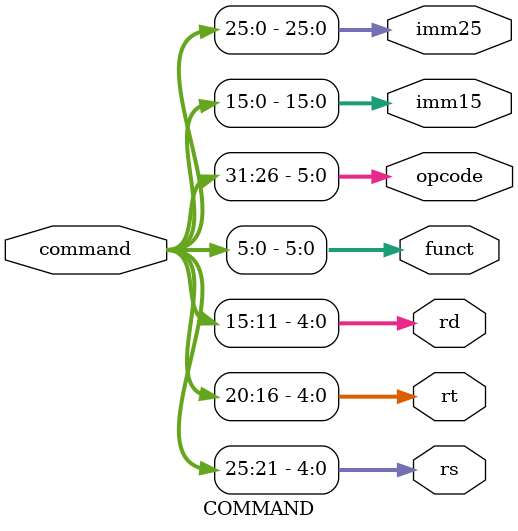
<source format=v>
`timescale 1ns / 1ps
module COMMAND(
    input [31:0] command,
    output [4:0] rs,
    output [4:0] rt,
    output [4:0] rd,
    output [5:0] funct,
    output [5:0] opcode,
    output [15:0] imm15,
    output [25:0] imm25
);
assign rs = command[25:21];
assign rt = command[20:16];
assign rd = command[15:11];
assign funct = command[5:0];
assign opcode = command[31:26];
assign imm15 = command[15:0];
assign imm25 = command[25:0];

endmodule

</source>
